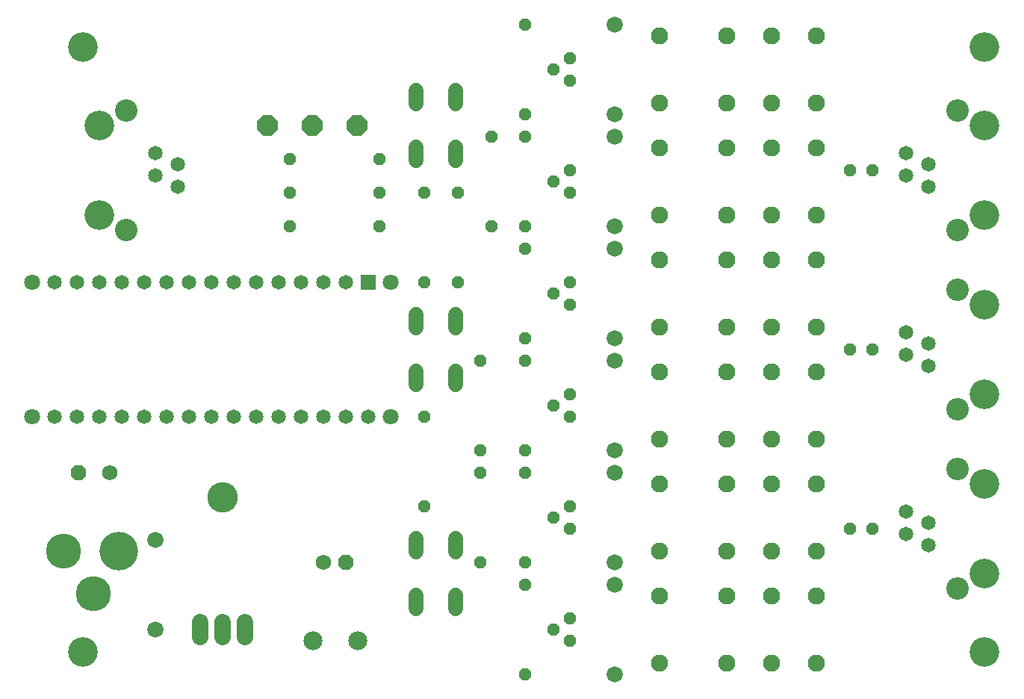
<source format=gbs>
G75*
%MOIN*%
%OFA0B0*%
%FSLAX24Y24*%
%IPPOS*%
%LPD*%
%AMOC8*
5,1,8,0,0,1.08239X$1,22.5*
%
%ADD10C,0.0720*%
%ADD11OC8,0.0540*%
%ADD12C,0.1005*%
%ADD13C,0.0651*%
%ADD14C,0.1320*%
%ADD15C,0.0769*%
%ADD16C,0.0660*%
%ADD17OC8,0.0910*%
%ADD18C,0.0720*%
%ADD19C,0.1360*%
%ADD20OC8,0.0690*%
%ADD21C,0.0690*%
%ADD22C,0.0847*%
%ADD23R,0.0651X0.0651*%
%ADD24C,0.0710*%
%ADD25C,0.1720*%
%ADD26C,0.1562*%
D10*
X007500Y003220D03*
X007500Y007220D03*
X028000Y006220D03*
X028000Y005220D03*
X028000Y001220D03*
X028000Y010220D03*
X028000Y011220D03*
X028000Y015220D03*
X028000Y016220D03*
X028000Y020220D03*
X028000Y021220D03*
X028000Y025220D03*
X028000Y026220D03*
X028000Y030220D03*
D11*
X026000Y028720D03*
X025250Y028220D03*
X026000Y027720D03*
X024000Y026220D03*
X024000Y025220D03*
X022500Y025220D03*
X025250Y023220D03*
X026000Y022720D03*
X026000Y023720D03*
X024000Y021220D03*
X022500Y021220D03*
X024000Y020220D03*
X026000Y018720D03*
X025250Y018220D03*
X026000Y017720D03*
X024000Y016220D03*
X024000Y015220D03*
X022000Y015220D03*
X025250Y013220D03*
X026000Y012720D03*
X026000Y013720D03*
X024000Y011220D03*
X024000Y010220D03*
X022000Y010220D03*
X022000Y011220D03*
X019500Y012720D03*
X019500Y008720D03*
X022000Y006220D03*
X024000Y006220D03*
X024000Y005220D03*
X026000Y003720D03*
X025250Y003220D03*
X026000Y002720D03*
X024000Y001220D03*
X026000Y007720D03*
X025250Y008220D03*
X026000Y008720D03*
X038500Y007720D03*
X039500Y007720D03*
X039500Y015720D03*
X038500Y015720D03*
X038500Y023720D03*
X039500Y023720D03*
X024000Y030220D03*
X017500Y024220D03*
X017500Y022720D03*
X017500Y021220D03*
X019500Y022720D03*
X021000Y022720D03*
X021000Y018720D03*
X019500Y018720D03*
X013500Y021220D03*
X013500Y022720D03*
X013500Y024220D03*
D12*
X006201Y026377D03*
X006201Y021063D03*
X043299Y021063D03*
X043299Y018377D03*
X043299Y013063D03*
X043299Y010377D03*
X043299Y005063D03*
X043299Y026377D03*
D13*
X041000Y024470D03*
X042000Y023970D03*
X041000Y023470D03*
X042000Y022970D03*
X041000Y016470D03*
X042000Y015970D03*
X041000Y015470D03*
X042000Y014970D03*
X041000Y008470D03*
X042000Y007970D03*
X041000Y007470D03*
X042000Y006970D03*
X017000Y012720D03*
X016000Y012720D03*
X015000Y012720D03*
X014000Y012720D03*
X013000Y012720D03*
X012000Y012720D03*
X011000Y012720D03*
X010000Y012720D03*
X009000Y012720D03*
X008000Y012720D03*
X007000Y012720D03*
X006000Y012720D03*
X005000Y012720D03*
X004000Y012720D03*
X003000Y012720D03*
X003000Y018720D03*
X004000Y018720D03*
X005000Y018720D03*
X006000Y018720D03*
X007000Y018720D03*
X008000Y018720D03*
X009000Y018720D03*
X010000Y018720D03*
X011000Y018720D03*
X012000Y018720D03*
X013000Y018720D03*
X014000Y018720D03*
X015000Y018720D03*
X016000Y018720D03*
X008500Y022970D03*
X007500Y023470D03*
X008500Y023970D03*
X007500Y024470D03*
D14*
X004250Y002220D03*
X005000Y021720D03*
X005000Y025720D03*
X004250Y029220D03*
X044500Y029220D03*
X044500Y025720D03*
X044500Y021720D03*
X044500Y017720D03*
X044500Y013720D03*
X044500Y009720D03*
X044500Y005720D03*
X044500Y002220D03*
D15*
X037000Y001720D03*
X035000Y001720D03*
X033000Y001720D03*
X030000Y001720D03*
X030000Y004720D03*
X030000Y006720D03*
X033000Y006720D03*
X035000Y006720D03*
X037000Y006720D03*
X037000Y004720D03*
X035000Y004720D03*
X033000Y004720D03*
X033000Y009720D03*
X035000Y009720D03*
X037000Y009720D03*
X037000Y011720D03*
X035000Y011720D03*
X033000Y011720D03*
X030000Y011720D03*
X030000Y009720D03*
X030000Y014720D03*
X030000Y016720D03*
X033000Y016720D03*
X035000Y016720D03*
X037000Y016720D03*
X037000Y014720D03*
X035000Y014720D03*
X033000Y014720D03*
X033000Y019720D03*
X035000Y019720D03*
X037000Y019720D03*
X037000Y021720D03*
X035000Y021720D03*
X033000Y021720D03*
X030000Y021720D03*
X030000Y019720D03*
X030000Y024720D03*
X030000Y026720D03*
X033000Y026720D03*
X035000Y026720D03*
X037000Y026720D03*
X037000Y024720D03*
X035000Y024720D03*
X033000Y024720D03*
X033000Y029720D03*
X035000Y029720D03*
X037000Y029720D03*
X030000Y029720D03*
D16*
X020890Y027300D02*
X020890Y026700D01*
X019110Y026700D02*
X019110Y027300D01*
X019110Y024740D02*
X019110Y024140D01*
X020890Y024140D02*
X020890Y024740D01*
X020890Y017300D02*
X020890Y016700D01*
X019110Y016700D02*
X019110Y017300D01*
X019110Y014740D02*
X019110Y014140D01*
X020890Y014140D02*
X020890Y014740D01*
X020890Y007300D02*
X020890Y006700D01*
X019110Y006700D02*
X019110Y007300D01*
X019110Y004740D02*
X019110Y004140D01*
X020890Y004140D02*
X020890Y004740D01*
D17*
X016500Y025720D03*
X014500Y025720D03*
X012500Y025720D03*
D18*
X011500Y003550D02*
X011500Y002890D01*
X010500Y002890D02*
X010500Y003550D01*
X009500Y003550D02*
X009500Y002890D01*
D19*
X010500Y009120D03*
D20*
X016000Y006220D03*
X004050Y010220D03*
D21*
X005450Y010220D03*
X015000Y006220D03*
D22*
X014508Y002710D03*
X016508Y002710D03*
D23*
X017000Y018720D03*
D24*
X018000Y018720D03*
X018000Y012720D03*
X002000Y012720D03*
X002000Y018720D03*
D25*
X005854Y006720D03*
D26*
X003394Y006720D03*
X004732Y004830D03*
M02*

</source>
